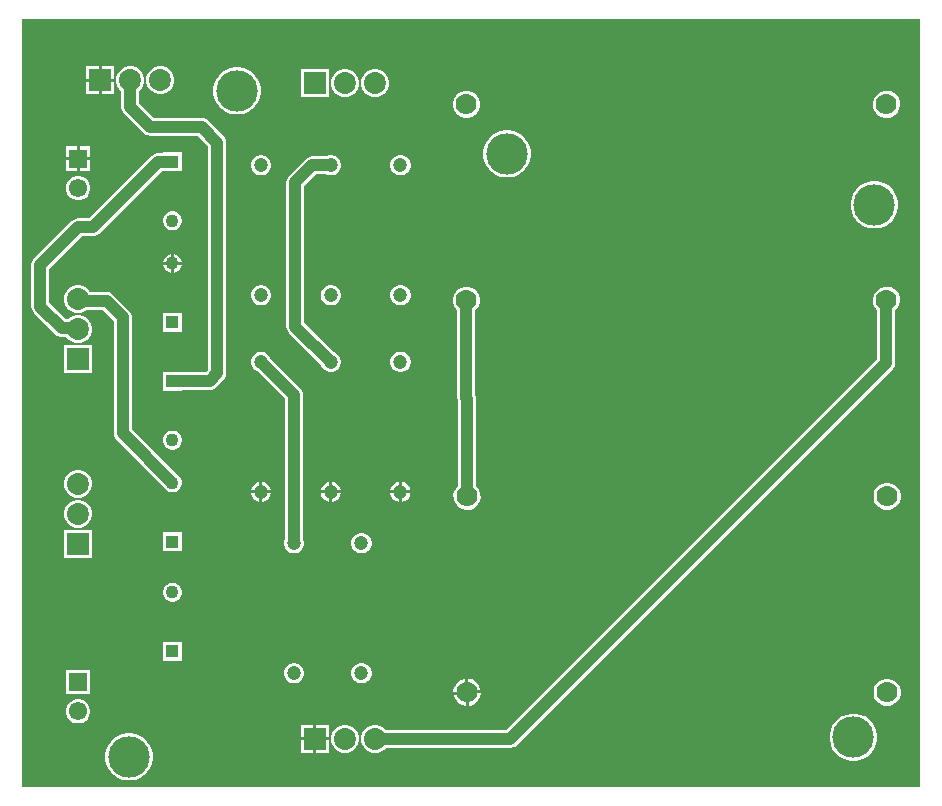
<source format=gtl>
G04*
G04 #@! TF.GenerationSoftware,Altium Limited,Altium Designer,23.3.1 (30)*
G04*
G04 Layer_Physical_Order=1*
G04 Layer_Color=255*
%FSLAX25Y25*%
%MOIN*%
G70*
G04*
G04 #@! TF.SameCoordinates,0E418F4D-2CBD-42A3-A537-BC7B457329F7*
G04*
G04*
G04 #@! TF.FilePolarity,Positive*
G04*
G01*
G75*
%ADD22R,0.06102X0.06102*%
%ADD23C,0.06102*%
%ADD25C,0.03937*%
%ADD26C,0.07000*%
%ADD27C,0.13780*%
%ADD28R,0.07323X0.07323*%
%ADD29C,0.07323*%
%ADD30C,0.04331*%
%ADD31R,0.04331X0.04331*%
%ADD32C,0.04724*%
%ADD33R,0.07323X0.07323*%
G36*
X299213Y0D02*
X0D01*
Y255906D01*
X299213D01*
Y0D01*
D02*
G37*
%LPC*%
G36*
X30661Y240161D02*
X26500D01*
Y236000D01*
X30661D01*
Y240161D01*
D02*
G37*
G36*
X25500D02*
X21339D01*
Y236000D01*
X25500D01*
Y240161D01*
D02*
G37*
G36*
X46614D02*
X45386D01*
X44201Y239844D01*
X43138Y239230D01*
X42270Y238362D01*
X41656Y237299D01*
X41339Y236114D01*
Y234886D01*
X41656Y233701D01*
X42270Y232638D01*
X43138Y231770D01*
X44201Y231156D01*
X45386Y230839D01*
X46614D01*
X47799Y231156D01*
X48862Y231770D01*
X49730Y232638D01*
X50344Y233701D01*
X50661Y234886D01*
Y236114D01*
X50344Y237299D01*
X49730Y238362D01*
X48862Y239230D01*
X47799Y239844D01*
X46614Y240161D01*
D02*
G37*
G36*
X30661Y235000D02*
X26500D01*
Y230839D01*
X30661D01*
Y235000D01*
D02*
G37*
G36*
X25500D02*
X21339D01*
Y230839D01*
X25500D01*
Y235000D01*
D02*
G37*
G36*
X118114Y239161D02*
X116886D01*
X115701Y238844D01*
X114638Y238230D01*
X113770Y237362D01*
X113156Y236299D01*
X112839Y235114D01*
Y233886D01*
X113156Y232701D01*
X113770Y231638D01*
X114638Y230770D01*
X115701Y230156D01*
X116886Y229839D01*
X118114D01*
X119299Y230156D01*
X120362Y230770D01*
X121230Y231638D01*
X121844Y232701D01*
X122161Y233886D01*
Y235114D01*
X121844Y236299D01*
X121230Y237362D01*
X120362Y238230D01*
X119299Y238844D01*
X118114Y239161D01*
D02*
G37*
G36*
X108114D02*
X106886D01*
X105701Y238844D01*
X104638Y238230D01*
X103770Y237362D01*
X103156Y236299D01*
X102839Y235114D01*
Y233886D01*
X103156Y232701D01*
X103770Y231638D01*
X104638Y230770D01*
X105701Y230156D01*
X106886Y229839D01*
X108114D01*
X109299Y230156D01*
X110362Y230770D01*
X111230Y231638D01*
X111844Y232701D01*
X112161Y233886D01*
Y235114D01*
X111844Y236299D01*
X111230Y237362D01*
X110362Y238230D01*
X109299Y238844D01*
X108114Y239161D01*
D02*
G37*
G36*
X102161D02*
X92839D01*
Y229839D01*
X102161D01*
Y239161D01*
D02*
G37*
G36*
X72277Y239890D02*
X70723D01*
X69199Y239587D01*
X67763Y238992D01*
X66471Y238128D01*
X65372Y237029D01*
X64508Y235737D01*
X63913Y234301D01*
X63610Y232777D01*
Y231223D01*
X63913Y229699D01*
X64508Y228263D01*
X65372Y226971D01*
X66471Y225872D01*
X67763Y225008D01*
X69199Y224413D01*
X70723Y224110D01*
X72277D01*
X73801Y224413D01*
X75237Y225008D01*
X76529Y225872D01*
X77628Y226971D01*
X78492Y228263D01*
X79087Y229699D01*
X79390Y231223D01*
Y232777D01*
X79087Y234301D01*
X78492Y235737D01*
X77628Y237029D01*
X76529Y238128D01*
X75237Y238992D01*
X73801Y239587D01*
X72277Y239890D01*
D02*
G37*
G36*
X148592Y232000D02*
X147408D01*
X146263Y231693D01*
X145237Y231101D01*
X144399Y230263D01*
X143807Y229237D01*
X143500Y228092D01*
Y226908D01*
X143807Y225763D01*
X144399Y224737D01*
X145237Y223899D01*
X146263Y223307D01*
X147408Y223000D01*
X148592D01*
X149737Y223307D01*
X150763Y223899D01*
X151601Y224737D01*
X152193Y225763D01*
X152500Y226908D01*
Y228092D01*
X152193Y229237D01*
X151601Y230263D01*
X150763Y231101D01*
X149737Y231693D01*
X148592Y232000D01*
D02*
G37*
G36*
X288356Y232025D02*
X287173Y231963D01*
X286046Y231597D01*
X285052Y230951D01*
X284259Y230071D01*
X283721Y229015D01*
X283475Y227856D01*
X283537Y226673D01*
X283903Y225546D01*
X284549Y224552D01*
X285429Y223759D01*
X286485Y223221D01*
X287644Y222975D01*
X288827Y223037D01*
X289954Y223403D01*
X290948Y224049D01*
X291741Y224929D01*
X292279Y225985D01*
X292525Y227144D01*
X292463Y228327D01*
X292097Y229454D01*
X291451Y230448D01*
X290571Y231241D01*
X289515Y231779D01*
X288356Y232025D01*
D02*
G37*
G36*
X22618Y213472D02*
X19067D01*
Y209921D01*
X22618D01*
Y213472D01*
D02*
G37*
G36*
X18067D02*
X14516D01*
Y209921D01*
X18067D01*
Y213472D01*
D02*
G37*
G36*
X22618Y208921D02*
X19067D01*
Y205370D01*
X22618D01*
Y208921D01*
D02*
G37*
G36*
X18067D02*
X14516D01*
Y205370D01*
X18067D01*
Y208921D01*
D02*
G37*
G36*
X103193Y210516D02*
X102307D01*
X101452Y210287D01*
X101212Y210148D01*
X96654D01*
X95879Y210046D01*
X95157Y209747D01*
X94536Y209271D01*
X88883Y203617D01*
X88407Y202997D01*
X88108Y202275D01*
X88006Y201500D01*
Y153404D01*
X88108Y152629D01*
X88407Y151907D01*
X88883Y151286D01*
X99545Y140624D01*
X99617Y140356D01*
X100060Y139589D01*
X100686Y138963D01*
X101452Y138521D01*
X102307Y138291D01*
X103193D01*
X104048Y138521D01*
X104814Y138963D01*
X105440Y139589D01*
X105883Y140356D01*
X106112Y141211D01*
Y142096D01*
X105883Y142951D01*
X105440Y143718D01*
X104814Y144344D01*
X104048Y144787D01*
X103779Y144859D01*
X93994Y154644D01*
Y200260D01*
X97894Y204159D01*
X101212D01*
X101452Y204021D01*
X102307Y203791D01*
X103193D01*
X104048Y204021D01*
X104814Y204463D01*
X105440Y205089D01*
X105883Y205856D01*
X106112Y206711D01*
Y207596D01*
X105883Y208451D01*
X105440Y209218D01*
X104814Y209844D01*
X104048Y210287D01*
X103193Y210516D01*
D02*
G37*
G36*
X79943D02*
X79057D01*
X78202Y210287D01*
X77436Y209844D01*
X76810Y209218D01*
X76367Y208451D01*
X76138Y207596D01*
Y206711D01*
X76367Y205856D01*
X76810Y205089D01*
X77436Y204463D01*
X78202Y204021D01*
X79057Y203791D01*
X79943D01*
X80798Y204021D01*
X81564Y204463D01*
X82190Y205089D01*
X82633Y205856D01*
X82862Y206711D01*
Y207596D01*
X82633Y208451D01*
X82190Y209218D01*
X81564Y209844D01*
X80798Y210287D01*
X79943Y210516D01*
D02*
G37*
G36*
X126443Y210516D02*
X125557D01*
X124702Y210286D01*
X123936Y209844D01*
X123310Y209218D01*
X122867Y208451D01*
X122638Y207596D01*
Y206711D01*
X122867Y205856D01*
X123310Y205089D01*
X123936Y204463D01*
X124702Y204020D01*
X125557Y203791D01*
X126443D01*
X127298Y204020D01*
X128064Y204463D01*
X128690Y205089D01*
X129133Y205856D01*
X129362Y206711D01*
Y207596D01*
X129133Y208451D01*
X128690Y209218D01*
X128064Y209844D01*
X127298Y210286D01*
X126443Y210516D01*
D02*
G37*
G36*
X162277Y218890D02*
X160723D01*
X159199Y218587D01*
X157763Y217992D01*
X156471Y217128D01*
X155372Y216029D01*
X154508Y214737D01*
X153913Y213301D01*
X153610Y211777D01*
Y210223D01*
X153913Y208699D01*
X154508Y207263D01*
X155372Y205971D01*
X156471Y204872D01*
X157763Y204008D01*
X159199Y203413D01*
X160723Y203110D01*
X162277D01*
X163801Y203413D01*
X165237Y204008D01*
X166529Y204872D01*
X167628Y205971D01*
X168492Y207263D01*
X169087Y208699D01*
X169390Y210223D01*
Y211777D01*
X169087Y213301D01*
X168492Y214737D01*
X167628Y216029D01*
X166529Y217128D01*
X165237Y217992D01*
X163801Y218587D01*
X162277Y218890D01*
D02*
G37*
G36*
X19100Y203630D02*
X18034D01*
X17003Y203354D01*
X16080Y202821D01*
X15325Y202066D01*
X14792Y201143D01*
X14516Y200112D01*
Y199046D01*
X14792Y198015D01*
X15325Y197091D01*
X16080Y196337D01*
X17003Y195804D01*
X18034Y195528D01*
X19100D01*
X20131Y195804D01*
X21055Y196337D01*
X21809Y197091D01*
X22342Y198015D01*
X22618Y199046D01*
Y200112D01*
X22342Y201143D01*
X21809Y202066D01*
X21055Y202821D01*
X20131Y203354D01*
X19100Y203630D01*
D02*
G37*
G36*
X284777Y201890D02*
X283223D01*
X281699Y201587D01*
X280263Y200992D01*
X278971Y200128D01*
X277872Y199029D01*
X277008Y197737D01*
X276413Y196301D01*
X276110Y194777D01*
Y193223D01*
X276413Y191699D01*
X277008Y190263D01*
X277872Y188971D01*
X278971Y187872D01*
X280263Y187008D01*
X281699Y186413D01*
X283223Y186110D01*
X284777D01*
X286301Y186413D01*
X287737Y187008D01*
X289029Y187872D01*
X290128Y188971D01*
X290992Y190263D01*
X291587Y191699D01*
X291890Y193223D01*
Y194777D01*
X291587Y196301D01*
X290992Y197737D01*
X290128Y199029D01*
X289029Y200128D01*
X287737Y200992D01*
X286301Y201587D01*
X284777Y201890D01*
D02*
G37*
G36*
X50417Y191823D02*
X49583D01*
X48778Y191607D01*
X48056Y191190D01*
X47467Y190601D01*
X47050Y189879D01*
X46835Y189074D01*
Y188241D01*
X47050Y187436D01*
X47467Y186714D01*
X48056Y186125D01*
X48778Y185708D01*
X49583Y185492D01*
X50417D01*
X51222Y185708D01*
X51944Y186125D01*
X52533Y186714D01*
X52950Y187436D01*
X53165Y188241D01*
Y189074D01*
X52950Y189879D01*
X52533Y190601D01*
X51944Y191190D01*
X51222Y191607D01*
X50417Y191823D01*
D02*
G37*
G36*
X50500Y177604D02*
Y174961D01*
X53143D01*
X52950Y175682D01*
X52533Y176404D01*
X51944Y176994D01*
X51222Y177410D01*
X50500Y177604D01*
D02*
G37*
G36*
X49500D02*
X48778Y177410D01*
X48056Y176994D01*
X47467Y176404D01*
X47050Y175682D01*
X46857Y174961D01*
X49500D01*
Y177604D01*
D02*
G37*
G36*
X53143Y173961D02*
X50500D01*
Y171318D01*
X51222Y171511D01*
X51944Y171928D01*
X52533Y172517D01*
X52950Y173239D01*
X53143Y173961D01*
D02*
G37*
G36*
X49500D02*
X46857D01*
X47050Y173239D01*
X47467Y172517D01*
X48056Y171928D01*
X48778Y171511D01*
X49500Y171318D01*
Y173961D01*
D02*
G37*
G36*
X126443Y167209D02*
X125557D01*
X124702Y166980D01*
X123936Y166537D01*
X123310Y165911D01*
X122867Y165144D01*
X122638Y164289D01*
Y163404D01*
X122867Y162549D01*
X123310Y161782D01*
X123936Y161156D01*
X124702Y160713D01*
X125557Y160484D01*
X126443D01*
X127298Y160713D01*
X128064Y161156D01*
X128690Y161782D01*
X129133Y162549D01*
X129362Y163404D01*
Y164289D01*
X129133Y165144D01*
X128690Y165911D01*
X128064Y166537D01*
X127298Y166980D01*
X126443Y167209D01*
D02*
G37*
G36*
X103193D02*
X102307D01*
X101452Y166980D01*
X100686Y166537D01*
X100060Y165911D01*
X99617Y165144D01*
X99388Y164289D01*
Y163404D01*
X99617Y162549D01*
X100060Y161782D01*
X100686Y161156D01*
X101452Y160713D01*
X102307Y160484D01*
X103193D01*
X104048Y160713D01*
X104814Y161156D01*
X105440Y161782D01*
X105883Y162549D01*
X106112Y163404D01*
Y164289D01*
X105883Y165144D01*
X105440Y165911D01*
X104814Y166537D01*
X104048Y166980D01*
X103193Y167209D01*
D02*
G37*
G36*
X79943D02*
X79057D01*
X78202Y166980D01*
X77436Y166537D01*
X76810Y165911D01*
X76367Y165144D01*
X76138Y164289D01*
Y163404D01*
X76367Y162549D01*
X76810Y161782D01*
X77436Y161156D01*
X78202Y160713D01*
X79057Y160484D01*
X79943D01*
X80798Y160713D01*
X81564Y161156D01*
X82190Y161782D01*
X82633Y162549D01*
X82862Y163404D01*
Y164289D01*
X82633Y165144D01*
X82190Y165911D01*
X81564Y166537D01*
X80798Y166980D01*
X79943Y167209D01*
D02*
G37*
G36*
X53165Y157941D02*
X46835D01*
Y151610D01*
X53165D01*
Y157941D01*
D02*
G37*
G36*
Y211508D02*
X46835D01*
Y211261D01*
X45267D01*
X44492Y211159D01*
X44069Y210984D01*
X43770Y210860D01*
X43150Y210384D01*
X22260Y189494D01*
X18500D01*
X17725Y189392D01*
X17003Y189093D01*
X16383Y188617D01*
X3883Y176117D01*
X3407Y175497D01*
X3108Y174775D01*
X3006Y174000D01*
Y160000D01*
X3108Y159225D01*
X3407Y158503D01*
X3883Y157883D01*
X11055Y150711D01*
X11675Y150235D01*
X11974Y150111D01*
X12397Y149936D01*
X13172Y149834D01*
X14657D01*
X14770Y149638D01*
X15638Y148770D01*
X16701Y148156D01*
X17886Y147839D01*
X19114D01*
X20299Y148156D01*
X21362Y148770D01*
X22230Y149638D01*
X22844Y150701D01*
X23161Y151886D01*
Y153114D01*
X22844Y154299D01*
X22230Y155362D01*
X21362Y156230D01*
X20299Y156844D01*
X19114Y157161D01*
X17886D01*
X16701Y156844D01*
X15638Y156230D01*
X15230Y155822D01*
X14412D01*
X8994Y161240D01*
Y172760D01*
X19740Y183506D01*
X23500D01*
X24275Y183608D01*
X24997Y183907D01*
X25617Y184383D01*
X46357Y205123D01*
X46835Y205177D01*
Y205177D01*
X53165D01*
Y211508D01*
D02*
G37*
G36*
X126443Y145016D02*
X125557D01*
X124702Y144787D01*
X123936Y144344D01*
X123310Y143718D01*
X122867Y142951D01*
X122638Y142096D01*
Y141211D01*
X122867Y140356D01*
X123310Y139589D01*
X123936Y138963D01*
X124702Y138521D01*
X125557Y138291D01*
X126443D01*
X127298Y138521D01*
X128064Y138963D01*
X128690Y139589D01*
X129133Y140356D01*
X129362Y141211D01*
Y142096D01*
X129133Y142951D01*
X128690Y143718D01*
X128064Y144344D01*
X127298Y144787D01*
X126443Y145016D01*
D02*
G37*
G36*
X36614Y240161D02*
X35386D01*
X34201Y239844D01*
X33138Y239230D01*
X32270Y238362D01*
X31656Y237299D01*
X31339Y236114D01*
Y234886D01*
X31656Y233701D01*
X32270Y232638D01*
X33006Y231902D01*
Y226500D01*
X33108Y225725D01*
X33407Y225003D01*
X33883Y224383D01*
X40383Y217883D01*
X41003Y217407D01*
X41725Y217108D01*
X42500Y217006D01*
X58490D01*
X62014Y213482D01*
Y139012D01*
X61260Y138258D01*
X53165D01*
Y138429D01*
X46835D01*
Y132098D01*
X53165D01*
Y132270D01*
X62500D01*
X63275Y132372D01*
X63997Y132671D01*
X64617Y133147D01*
X67125Y135655D01*
X67601Y136275D01*
X67900Y136997D01*
X68002Y137772D01*
Y214723D01*
X67900Y215497D01*
X67725Y215921D01*
X67601Y216220D01*
X67125Y216840D01*
X61848Y222117D01*
X61228Y222593D01*
X60505Y222892D01*
X59731Y222994D01*
X43740D01*
X38994Y227740D01*
Y231902D01*
X39730Y232638D01*
X40344Y233701D01*
X40661Y234886D01*
Y236114D01*
X40344Y237299D01*
X39730Y238362D01*
X38862Y239230D01*
X37799Y239844D01*
X36614Y240161D01*
D02*
G37*
G36*
X23161Y147161D02*
X13839D01*
Y137839D01*
X23161D01*
Y147161D01*
D02*
G37*
G36*
X50417Y118744D02*
X49583D01*
X48778Y118528D01*
X48056Y118112D01*
X47467Y117522D01*
X47050Y116800D01*
X46835Y115995D01*
Y115162D01*
X47050Y114357D01*
X47467Y113635D01*
X48056Y113046D01*
X48778Y112629D01*
X49583Y112413D01*
X50417D01*
X51222Y112629D01*
X51944Y113046D01*
X52533Y113635D01*
X52950Y114357D01*
X53165Y115162D01*
Y115995D01*
X52950Y116800D01*
X52533Y117522D01*
X51944Y118112D01*
X51222Y118528D01*
X50417Y118744D01*
D02*
G37*
G36*
X126500Y101693D02*
Y98846D01*
X129347D01*
X129133Y99644D01*
X128690Y100411D01*
X128064Y101037D01*
X127298Y101479D01*
X126500Y101693D01*
D02*
G37*
G36*
X103250D02*
Y98846D01*
X106097D01*
X105883Y99644D01*
X105440Y100411D01*
X104814Y101037D01*
X104048Y101479D01*
X103250Y101693D01*
D02*
G37*
G36*
X80000D02*
Y98846D01*
X82847D01*
X82633Y99644D01*
X82190Y100411D01*
X81564Y101037D01*
X80798Y101479D01*
X80000Y101693D01*
D02*
G37*
G36*
X79000D02*
X78202Y101479D01*
X77436Y101037D01*
X76810Y100411D01*
X76367Y99644D01*
X76153Y98846D01*
X79000D01*
Y101693D01*
D02*
G37*
G36*
X102250D02*
X101452Y101479D01*
X100686Y101037D01*
X100060Y100411D01*
X99617Y99644D01*
X99403Y98846D01*
X102250D01*
Y101693D01*
D02*
G37*
G36*
X125500D02*
X124702Y101479D01*
X123936Y101037D01*
X123310Y100411D01*
X122867Y99644D01*
X122653Y98846D01*
X125500D01*
Y101693D01*
D02*
G37*
G36*
X19114Y167161D02*
X17886D01*
X16701Y166844D01*
X15638Y166230D01*
X14770Y165362D01*
X14156Y164299D01*
X13839Y163114D01*
Y161886D01*
X14156Y160701D01*
X14770Y159638D01*
X15638Y158770D01*
X16701Y158156D01*
X17886Y157839D01*
X19114D01*
X20299Y158156D01*
X21362Y158770D01*
X21531Y158939D01*
X26827D01*
X30506Y155260D01*
Y117882D01*
X30608Y117107D01*
X30907Y116385D01*
X31383Y115765D01*
X47136Y100011D01*
X47467Y99438D01*
X48056Y98849D01*
X48778Y98432D01*
X49583Y98217D01*
X50417D01*
X51222Y98432D01*
X51944Y98849D01*
X52533Y99438D01*
X52950Y100160D01*
X53165Y100965D01*
Y101799D01*
X52950Y102604D01*
X52533Y103326D01*
X51944Y103915D01*
X51371Y104246D01*
X36494Y119122D01*
Y156500D01*
X36392Y157275D01*
X36217Y157698D01*
X36093Y157997D01*
X35617Y158617D01*
X30184Y164050D01*
X29564Y164526D01*
X28842Y164825D01*
X28067Y164927D01*
X22481D01*
X22230Y165362D01*
X21362Y166230D01*
X20299Y166844D01*
X19114Y167161D01*
D02*
G37*
G36*
Y105661D02*
X17886D01*
X16701Y105344D01*
X15638Y104730D01*
X14770Y103862D01*
X14156Y102799D01*
X13839Y101614D01*
Y100386D01*
X14156Y99201D01*
X14770Y98138D01*
X15638Y97270D01*
X16701Y96656D01*
X17886Y96339D01*
X19114D01*
X20299Y96656D01*
X21362Y97270D01*
X22230Y98138D01*
X22844Y99201D01*
X23161Y100386D01*
Y101614D01*
X22844Y102799D01*
X22230Y103862D01*
X21362Y104730D01*
X20299Y105344D01*
X19114Y105661D01*
D02*
G37*
G36*
X129347Y97846D02*
X126500D01*
Y95000D01*
X127298Y95213D01*
X128064Y95656D01*
X128690Y96282D01*
X129133Y97049D01*
X129347Y97846D01*
D02*
G37*
G36*
X106097D02*
X103250D01*
Y95000D01*
X104048Y95213D01*
X104814Y95656D01*
X105440Y96282D01*
X105883Y97049D01*
X106097Y97846D01*
D02*
G37*
G36*
X82847D02*
X80000D01*
Y95000D01*
X80798Y95213D01*
X81564Y95656D01*
X82190Y96282D01*
X82633Y97049D01*
X82847Y97846D01*
D02*
G37*
G36*
X79000D02*
X76153D01*
X76367Y97049D01*
X76810Y96282D01*
X77436Y95656D01*
X78202Y95213D01*
X79000Y95000D01*
Y97846D01*
D02*
G37*
G36*
X125500D02*
X122653D01*
X122867Y97049D01*
X123310Y96282D01*
X123936Y95656D01*
X124702Y95213D01*
X125500Y95000D01*
Y97846D01*
D02*
G37*
G36*
X102250D02*
X99403D01*
X99617Y97049D01*
X100060Y96282D01*
X100686Y95656D01*
X101452Y95213D01*
X102250Y95000D01*
Y97846D01*
D02*
G37*
G36*
X288791Y101333D02*
X287606D01*
X286462Y101027D01*
X285436Y100434D01*
X284598Y99597D01*
X284005Y98570D01*
X283699Y97426D01*
Y96241D01*
X284005Y95096D01*
X284598Y94070D01*
X285436Y93233D01*
X286462Y92640D01*
X287606Y92333D01*
X288791D01*
X289936Y92640D01*
X290962Y93233D01*
X291800Y94070D01*
X292392Y95096D01*
X292699Y96241D01*
Y97426D01*
X292392Y98570D01*
X291800Y99597D01*
X290962Y100434D01*
X289936Y101027D01*
X288791Y101333D01*
D02*
G37*
G36*
X148592Y166667D02*
X147408D01*
X146263Y166360D01*
X145237Y165768D01*
X144399Y164930D01*
X143807Y163903D01*
X143500Y162759D01*
Y161574D01*
X143807Y160430D01*
X144399Y159404D01*
X145006Y158797D01*
Y129599D01*
X145108Y128824D01*
X145205Y128590D01*
Y100233D01*
X144458Y99404D01*
X143920Y98348D01*
X143674Y97189D01*
X143736Y96006D01*
X144102Y94879D01*
X144747Y93886D01*
X145628Y93093D01*
X146684Y92555D01*
X147843Y92309D01*
X149026Y92371D01*
X150153Y92737D01*
X151146Y93382D01*
X151939Y94263D01*
X152477Y95318D01*
X152724Y96477D01*
X152662Y97660D01*
X152295Y98787D01*
X151650Y99781D01*
X151193Y100193D01*
Y129400D01*
X151091Y130175D01*
X150994Y130409D01*
Y158797D01*
X151601Y159404D01*
X152193Y160430D01*
X152500Y161574D01*
Y162759D01*
X152193Y163903D01*
X151601Y164930D01*
X150763Y165768D01*
X149737Y166360D01*
X148592Y166667D01*
D02*
G37*
G36*
X19114Y95661D02*
X17886D01*
X16701Y95344D01*
X15638Y94730D01*
X14770Y93862D01*
X14156Y92799D01*
X13839Y91614D01*
Y90386D01*
X14156Y89201D01*
X14770Y88138D01*
X15638Y87270D01*
X16701Y86656D01*
X17886Y86339D01*
X19114D01*
X20299Y86656D01*
X21362Y87270D01*
X22230Y88138D01*
X22844Y89201D01*
X23161Y90386D01*
Y91614D01*
X22844Y92799D01*
X22230Y93862D01*
X21362Y94730D01*
X20299Y95344D01*
X19114Y95661D01*
D02*
G37*
G36*
X53165Y84862D02*
X46835D01*
Y78531D01*
X53165D01*
Y84862D01*
D02*
G37*
G36*
X113443Y84516D02*
X112557D01*
X111702Y84287D01*
X110936Y83844D01*
X110310Y83218D01*
X109867Y82451D01*
X109638Y81596D01*
Y80711D01*
X109867Y79856D01*
X110310Y79089D01*
X110936Y78463D01*
X111702Y78021D01*
X112557Y77791D01*
X113443D01*
X114298Y78021D01*
X115064Y78463D01*
X115690Y79089D01*
X116133Y79856D01*
X116362Y80711D01*
Y81596D01*
X116133Y82451D01*
X115690Y83218D01*
X115064Y83844D01*
X114298Y84287D01*
X113443Y84516D01*
D02*
G37*
G36*
X79943Y145016D02*
X79057D01*
X78202Y144787D01*
X77436Y144344D01*
X76810Y143718D01*
X76367Y142951D01*
X76138Y142096D01*
Y141211D01*
X76367Y140356D01*
X76810Y139589D01*
X77436Y138963D01*
X78202Y138521D01*
X78471Y138449D01*
X87506Y129413D01*
Y82692D01*
X87367Y82451D01*
X87138Y81596D01*
Y80711D01*
X87367Y79856D01*
X87810Y79089D01*
X88436Y78463D01*
X89202Y78021D01*
X90057Y77791D01*
X90943D01*
X91798Y78021D01*
X92564Y78463D01*
X93190Y79089D01*
X93633Y79856D01*
X93862Y80711D01*
Y81596D01*
X93633Y82451D01*
X93494Y82692D01*
Y130654D01*
X93392Y131429D01*
X93093Y132151D01*
X92617Y132771D01*
X82705Y142683D01*
X82633Y142951D01*
X82190Y143718D01*
X81564Y144344D01*
X80798Y144787D01*
X79943Y145016D01*
D02*
G37*
G36*
X23161Y85661D02*
X13839D01*
Y76339D01*
X23161D01*
Y85661D01*
D02*
G37*
G36*
X50417Y68008D02*
X49583D01*
X48778Y67792D01*
X48056Y67375D01*
X47467Y66786D01*
X47050Y66064D01*
X46835Y65259D01*
Y64426D01*
X47050Y63621D01*
X47467Y62899D01*
X48056Y62310D01*
X48778Y61893D01*
X49583Y61677D01*
X50417D01*
X51222Y61893D01*
X51944Y62310D01*
X52533Y62899D01*
X52950Y63621D01*
X53165Y64426D01*
Y65259D01*
X52950Y66064D01*
X52533Y66786D01*
X51944Y67375D01*
X51222Y67792D01*
X50417Y68008D01*
D02*
G37*
G36*
X53165Y48323D02*
X46835D01*
Y41992D01*
X53165D01*
Y48323D01*
D02*
G37*
G36*
X113443Y41209D02*
X112557D01*
X111702Y40979D01*
X110936Y40537D01*
X110310Y39911D01*
X109867Y39144D01*
X109638Y38289D01*
Y37404D01*
X109867Y36549D01*
X110310Y35782D01*
X110936Y35156D01*
X111702Y34713D01*
X112557Y34484D01*
X113443D01*
X114298Y34713D01*
X115064Y35156D01*
X115690Y35782D01*
X116133Y36549D01*
X116362Y37404D01*
Y38289D01*
X116133Y39144D01*
X115690Y39911D01*
X115064Y40537D01*
X114298Y40979D01*
X113443Y41209D01*
D02*
G37*
G36*
X90943D02*
X90057D01*
X89202Y40979D01*
X88436Y40537D01*
X87810Y39911D01*
X87367Y39144D01*
X87138Y38289D01*
Y37404D01*
X87367Y36549D01*
X87810Y35782D01*
X88436Y35156D01*
X89202Y34713D01*
X90057Y34484D01*
X90943D01*
X91798Y34713D01*
X92564Y35156D01*
X93190Y35782D01*
X93633Y36549D01*
X93862Y37404D01*
Y38289D01*
X93633Y39144D01*
X93190Y39911D01*
X92564Y40537D01*
X91798Y40979D01*
X90943Y41209D01*
D02*
G37*
G36*
X148555Y36025D02*
X148463Y36020D01*
X148672Y32026D01*
X152666Y32235D01*
X152662Y32327D01*
X152295Y33454D01*
X151650Y34448D01*
X150770Y35241D01*
X149714Y35778D01*
X148555Y36025D01*
D02*
G37*
G36*
X147464Y35968D02*
X147372Y35963D01*
X146245Y35597D01*
X145251Y34951D01*
X144458Y34071D01*
X143920Y33015D01*
X143674Y31856D01*
X143679Y31764D01*
X147673Y31973D01*
X147464Y35968D01*
D02*
G37*
G36*
X22618Y39051D02*
X14516D01*
Y30949D01*
X22618D01*
Y39051D01*
D02*
G37*
G36*
X152719Y31236D02*
X148724Y31027D01*
X148934Y27032D01*
X149026Y27037D01*
X150153Y27403D01*
X151146Y28049D01*
X151939Y28929D01*
X152477Y29985D01*
X152724Y31144D01*
X152719Y31236D01*
D02*
G37*
G36*
X288791Y36000D02*
X287606D01*
X286462Y35693D01*
X285436Y35101D01*
X284598Y34263D01*
X284005Y33237D01*
X283699Y32092D01*
Y30908D01*
X284005Y29763D01*
X284598Y28737D01*
X285436Y27899D01*
X286462Y27307D01*
X287606Y27000D01*
X288791D01*
X289936Y27307D01*
X290962Y27899D01*
X291800Y28737D01*
X292392Y29763D01*
X292699Y30908D01*
Y32092D01*
X292392Y33237D01*
X291800Y34263D01*
X290962Y35101D01*
X289936Y35693D01*
X288791Y36000D01*
D02*
G37*
G36*
X147726Y30975D02*
X143731Y30765D01*
X143736Y30673D01*
X144102Y29546D01*
X144747Y28552D01*
X145628Y27759D01*
X146684Y27222D01*
X147843Y26975D01*
X147935Y26980D01*
X147726Y30975D01*
D02*
G37*
G36*
X19100Y29209D02*
X18034D01*
X17003Y28933D01*
X16080Y28399D01*
X15325Y27645D01*
X14792Y26721D01*
X14516Y25691D01*
Y24624D01*
X14792Y23594D01*
X15325Y22670D01*
X16080Y21916D01*
X17003Y21383D01*
X18034Y21106D01*
X19100D01*
X20131Y21383D01*
X21055Y21916D01*
X21809Y22670D01*
X22342Y23594D01*
X22618Y24624D01*
Y25691D01*
X22342Y26721D01*
X21809Y27645D01*
X21055Y28399D01*
X20131Y28933D01*
X19100Y29209D01*
D02*
G37*
G36*
X288356Y166691D02*
X287173Y166629D01*
X286046Y166263D01*
X285052Y165618D01*
X284259Y164737D01*
X283721Y163682D01*
X283475Y162523D01*
X283537Y161339D01*
X283903Y160213D01*
X284549Y159219D01*
X285006Y158807D01*
Y142640D01*
X161360Y18994D01*
X121098D01*
X120362Y19730D01*
X119299Y20344D01*
X118114Y20661D01*
X116886D01*
X115701Y20344D01*
X114638Y19730D01*
X113770Y18862D01*
X113156Y17799D01*
X112839Y16614D01*
Y15386D01*
X113156Y14201D01*
X113770Y13138D01*
X114638Y12270D01*
X115701Y11656D01*
X116886Y11339D01*
X118114D01*
X119299Y11656D01*
X120362Y12270D01*
X121098Y13006D01*
X162600D01*
X163375Y13108D01*
X164097Y13407D01*
X164717Y13883D01*
X290117Y139283D01*
X290593Y139903D01*
X290717Y140202D01*
X290892Y140625D01*
X290994Y141400D01*
Y158767D01*
X291741Y159596D01*
X292279Y160652D01*
X292525Y161811D01*
X292463Y162994D01*
X292097Y164121D01*
X291451Y165114D01*
X290571Y165907D01*
X289515Y166445D01*
X288356Y166691D01*
D02*
G37*
G36*
X102161Y20661D02*
X98000D01*
Y16500D01*
X102161D01*
Y20661D01*
D02*
G37*
G36*
X97000D02*
X92839D01*
Y16500D01*
X97000D01*
Y20661D01*
D02*
G37*
G36*
X108114D02*
X106886D01*
X105701Y20344D01*
X104638Y19730D01*
X103770Y18862D01*
X103156Y17799D01*
X102839Y16614D01*
Y15386D01*
X103156Y14201D01*
X103770Y13138D01*
X104638Y12270D01*
X105701Y11656D01*
X106886Y11339D01*
X108114D01*
X109299Y11656D01*
X110362Y12270D01*
X111230Y13138D01*
X111844Y14201D01*
X112161Y15386D01*
Y16614D01*
X111844Y17799D01*
X111230Y18862D01*
X110362Y19730D01*
X109299Y20344D01*
X108114Y20661D01*
D02*
G37*
G36*
X102161Y15500D02*
X98000D01*
Y11339D01*
X102161D01*
Y15500D01*
D02*
G37*
G36*
X97000D02*
X92839D01*
Y11339D01*
X97000D01*
Y15500D01*
D02*
G37*
G36*
X277777Y24390D02*
X276223D01*
X274699Y24087D01*
X273263Y23492D01*
X271971Y22628D01*
X270872Y21529D01*
X270008Y20237D01*
X269413Y18801D01*
X269110Y17277D01*
Y15723D01*
X269413Y14199D01*
X270008Y12763D01*
X270872Y11471D01*
X271971Y10372D01*
X273263Y9508D01*
X274699Y8913D01*
X276223Y8610D01*
X277777D01*
X279301Y8913D01*
X280737Y9508D01*
X282029Y10372D01*
X283128Y11471D01*
X283992Y12763D01*
X284587Y14199D01*
X284890Y15723D01*
Y17277D01*
X284587Y18801D01*
X283992Y20237D01*
X283128Y21529D01*
X282029Y22628D01*
X280737Y23492D01*
X279301Y24087D01*
X277777Y24390D01*
D02*
G37*
G36*
X36277Y17890D02*
X34723D01*
X33199Y17587D01*
X31763Y16992D01*
X30471Y16128D01*
X29372Y15029D01*
X28508Y13737D01*
X27913Y12301D01*
X27610Y10777D01*
Y9223D01*
X27913Y7699D01*
X28508Y6263D01*
X29372Y4971D01*
X30471Y3872D01*
X31763Y3008D01*
X33199Y2413D01*
X34723Y2110D01*
X36277D01*
X37801Y2413D01*
X39237Y3008D01*
X40529Y3872D01*
X41628Y4971D01*
X42492Y6263D01*
X43087Y7699D01*
X43390Y9223D01*
Y10777D01*
X43087Y12301D01*
X42492Y13737D01*
X41628Y15029D01*
X40529Y16128D01*
X39237Y16992D01*
X37801Y17587D01*
X36277Y17890D01*
D02*
G37*
%LPD*%
D22*
X18567Y209421D02*
D03*
Y35000D02*
D03*
D23*
Y199579D02*
D03*
Y25158D02*
D03*
D25*
X36000Y226500D02*
Y235500D01*
X59731Y220000D02*
X65008Y214723D01*
X36000Y226500D02*
X42500Y220000D01*
X59731D01*
X91000Y201500D02*
X96654Y207154D01*
X91000Y153404D02*
X102750Y141654D01*
X96654Y207154D02*
X102750D01*
X91000Y153404D02*
Y201500D01*
X6000Y174000D02*
X18500Y186500D01*
X45267Y208267D02*
X49924D01*
X23500Y186500D02*
X45267Y208267D01*
X18500Y186500D02*
X23500D01*
X49924Y208267D02*
X50000Y208343D01*
X6000Y160000D02*
Y174000D01*
Y160000D02*
X13172Y152828D01*
X18172D01*
X18500Y152500D01*
X33500Y117882D02*
X50000Y101382D01*
X33500Y117882D02*
Y156500D01*
X18500Y162500D02*
X19067Y161933D01*
X28067D01*
X33500Y156500D01*
X148199Y96833D02*
Y129400D01*
X148000Y129599D02*
X148199Y129400D01*
X148000Y129599D02*
Y162167D01*
X65008Y137772D02*
Y214723D01*
X62500Y135264D02*
X65008Y137772D01*
X50000Y135264D02*
X62500D01*
X117500Y16000D02*
X162600D01*
X288000Y141400D01*
Y162167D01*
X90500Y81154D02*
Y130654D01*
X79500Y141654D02*
X90500Y130654D01*
D26*
X288000Y162167D02*
D03*
X148000D02*
D03*
X288000Y227500D02*
D03*
X148000D02*
D03*
X148199Y31500D02*
D03*
Y96833D02*
D03*
X288199D02*
D03*
Y31500D02*
D03*
D27*
X161500Y211000D02*
D03*
X71500Y232000D02*
D03*
X35500Y10000D02*
D03*
X277000Y16500D02*
D03*
X284000Y194000D02*
D03*
D28*
X97500Y16000D02*
D03*
X26000Y235500D02*
D03*
X97500Y234500D02*
D03*
D29*
X107500Y16000D02*
D03*
X117500D02*
D03*
Y234500D02*
D03*
X18500Y101000D02*
D03*
X46000Y235500D02*
D03*
X36000D02*
D03*
X107500Y234500D02*
D03*
X18500Y152500D02*
D03*
Y162500D02*
D03*
Y91000D02*
D03*
D30*
X50000Y115579D02*
D03*
Y174461D02*
D03*
Y188657D02*
D03*
Y64843D02*
D03*
Y101382D02*
D03*
D31*
Y135264D02*
D03*
Y154775D02*
D03*
Y81697D02*
D03*
Y208343D02*
D03*
Y45157D02*
D03*
D32*
X102750Y98346D02*
D03*
X79500D02*
D03*
X126000D02*
D03*
Y207153D02*
D03*
X113000Y37846D02*
D03*
X102750Y163846D02*
D03*
X90500Y37846D02*
D03*
X126000Y163846D02*
D03*
X79500Y141654D02*
D03*
X90500Y81154D02*
D03*
X113000D02*
D03*
X126000Y141654D02*
D03*
X102750Y207154D02*
D03*
Y141654D02*
D03*
X79500Y163846D02*
D03*
Y207154D02*
D03*
D33*
X18500Y142500D02*
D03*
Y81000D02*
D03*
M02*

</source>
